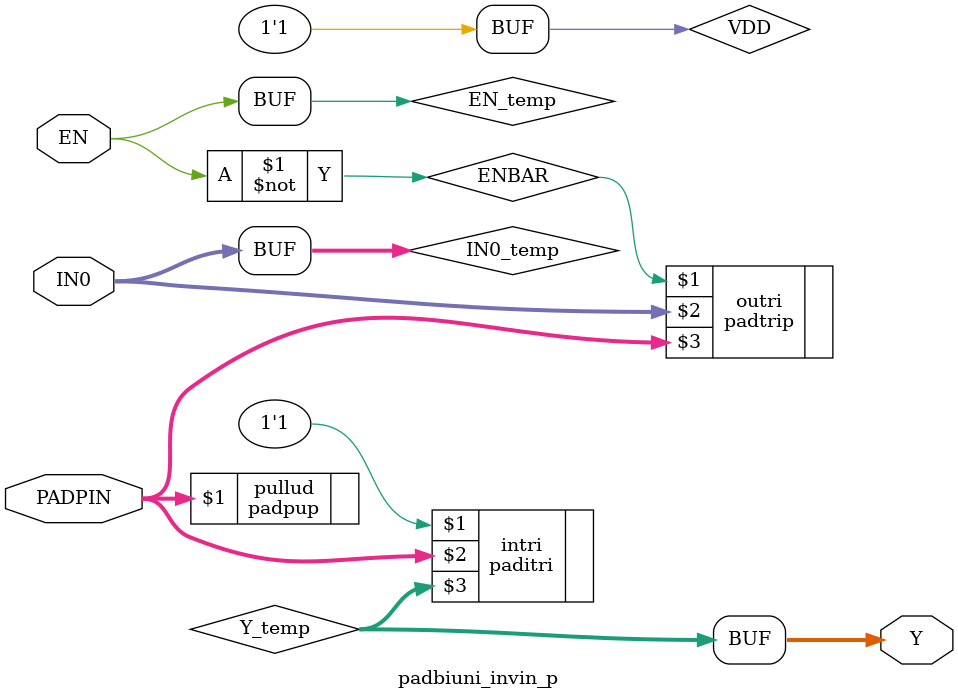
<source format=v>
module padbiuni_invin_p(EN,IN0,PADPIN,Y);
  parameter M = 7;
  parameter N = 0;
  parameter SLIM_FLAG = 0;
  parameter OUTDRIVE = "4MA";
  parameter LEVEL_SHIFTING = 0;
  parameter SCHMITT_TRIGGER = 0;
  parameter PULL_TYPE = "None";
  parameter
        d_EN_r = 0,
        d_EN_f = 0,
        d_IN0 = 0,
        d_PADPIN = 1,
        d_Y = 1;
  input  EN;
  input [M:N] IN0;
  inout [M:N] PADPIN;
  output [M:N] Y;
  wire  EN_temp;
  wire [M:N] IN0_temp;
  wire [M:N] PADPIN_temp;
  wire [M:N] Y_temp;
  supply1  VDD;
  wire  ENBAR;
  assign #(d_EN_r,d_EN_f) EN_temp = EN;
  assign #(d_IN0) IN0_temp = IN0;
  assign #(d_Y) Y = Y_temp;
  assign
    ENBAR = ( ~ EN_temp);
  padpup #(M,N,PULL_TYPE) pullud (PADPIN);
  padtrip #(M,N,PULL_TYPE) outri (ENBAR,IN0_temp,PADPIN);
  paditri #(M,N) intri (VDD,PADPIN,Y_temp);
endmodule

</source>
